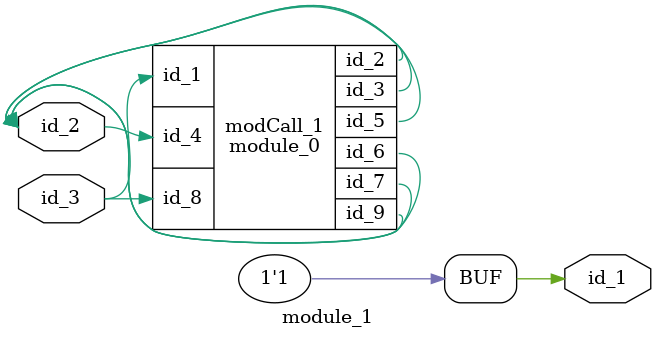
<source format=v>
module module_0 (
    id_1,
    id_2,
    id_3,
    id_4,
    id_5,
    id_6,
    id_7,
    id_8,
    id_9
);
  inout wire id_9;
  input wire id_8;
  inout wire id_7;
  output wire id_6;
  output wire id_5;
  input wire id_4;
  output wire id_3;
  inout wire id_2;
  input wire id_1;
  wire id_10;
endmodule
module module_1 (
    id_1,
    id_2,
    id_3
);
  input wire id_3;
  inout wire id_2;
  output wire id_1;
  assign id_1 = -1;
  assign id_1 = -1;
  module_0 modCall_1 (
      id_3,
      id_2,
      id_2,
      id_2,
      id_2,
      id_2,
      id_2,
      id_3,
      id_2
  );
  assign id_1 = 1;
endmodule

</source>
